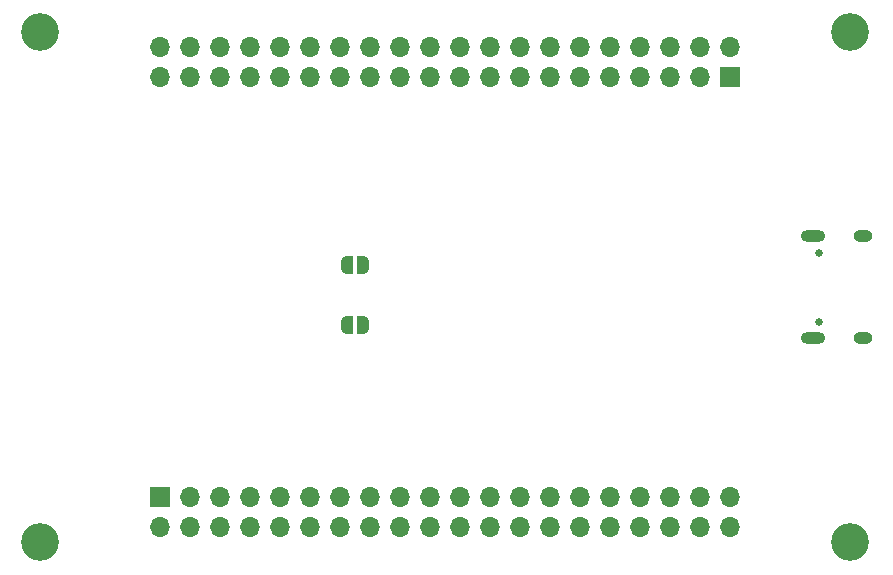
<source format=gbr>
G04 #@! TF.GenerationSoftware,KiCad,Pcbnew,6.0.7+dfsg-1+b1*
G04 #@! TF.CreationDate,2022-09-18T10:43:20+08:00*
G04 #@! TF.ProjectId,mcustm32f405,6d637573-746d-4333-9266-3430352e6b69,a*
G04 #@! TF.SameCoordinates,PX57cf3f8PY8841978*
G04 #@! TF.FileFunction,Soldermask,Bot*
G04 #@! TF.FilePolarity,Negative*
%FSLAX46Y46*%
G04 Gerber Fmt 4.6, Leading zero omitted, Abs format (unit mm)*
G04 Created by KiCad (PCBNEW 6.0.7+dfsg-1+b1) date 2022-09-18 10:43:20*
%MOMM*%
%LPD*%
G01*
G04 APERTURE LIST*
G04 Aperture macros list*
%AMFreePoly0*
4,1,22,0.500000,-0.750000,0.000000,-0.750000,0.000000,-0.745033,-0.079941,-0.743568,-0.215256,-0.701293,-0.333266,-0.622738,-0.424486,-0.514219,-0.481581,-0.384460,-0.499164,-0.250000,-0.500000,-0.250000,-0.500000,0.250000,-0.499164,0.250000,-0.499963,0.256109,-0.478152,0.396186,-0.417904,0.524511,-0.324060,0.630769,-0.204165,0.706417,-0.067858,0.745374,0.000000,0.744959,0.000000,0.750000,
0.500000,0.750000,0.500000,-0.750000,0.500000,-0.750000,$1*%
%AMFreePoly1*
4,1,20,0.000000,0.744959,0.073905,0.744508,0.209726,0.703889,0.328688,0.626782,0.421226,0.519385,0.479903,0.390333,0.500000,0.250000,0.500000,-0.250000,0.499851,-0.262216,0.476331,-0.402017,0.414519,-0.529596,0.319384,-0.634700,0.198574,-0.708877,0.061801,-0.746166,0.000000,-0.745033,0.000000,-0.750000,-0.500000,-0.750000,-0.500000,0.750000,0.000000,0.750000,0.000000,0.744959,
0.000000,0.744959,$1*%
G04 Aperture macros list end*
%ADD10C,0.650000*%
%ADD11O,2.100000X1.000000*%
%ADD12O,1.600000X1.000000*%
%ADD13R,1.700000X1.700000*%
%ADD14O,1.700000X1.700000*%
%ADD15C,3.200000*%
%ADD16FreePoly0,180.000000*%
%ADD17FreePoly1,180.000000*%
%ADD18FreePoly0,0.000000*%
%ADD19FreePoly1,0.000000*%
G04 APERTURE END LIST*
D10*
G04 #@! TO.C,J1*
X92015000Y44165000D03*
X92015000Y38385000D03*
D11*
X91485000Y36955000D03*
X91485000Y45595000D03*
D12*
X95665000Y36955000D03*
X95665000Y45595000D03*
G04 #@! TD*
D13*
G04 #@! TO.C,J2*
X36195000Y23495000D03*
D14*
X36195000Y20955000D03*
X38735000Y23495000D03*
X38735000Y20955000D03*
X41275000Y23495000D03*
X41275000Y20955000D03*
X43815000Y23495000D03*
X43815000Y20955000D03*
X46355000Y23495000D03*
X46355000Y20955000D03*
X48895000Y23495000D03*
X48895000Y20955000D03*
X51435000Y23495000D03*
X51435000Y20955000D03*
X53975000Y23495000D03*
X53975000Y20955000D03*
X56515000Y23495000D03*
X56515000Y20955000D03*
X59055000Y23495000D03*
X59055000Y20955000D03*
X61595000Y23495000D03*
X61595000Y20955000D03*
X64135000Y23495000D03*
X64135000Y20955000D03*
X66675000Y23495000D03*
X66675000Y20955000D03*
X69215000Y23495000D03*
X69215000Y20955000D03*
X71755000Y23495000D03*
X71755000Y20955000D03*
X74295000Y23495000D03*
X74295000Y20955000D03*
X76835000Y23495000D03*
X76835000Y20955000D03*
X79375000Y23495000D03*
X79375000Y20955000D03*
X81915000Y23495000D03*
X81915000Y20955000D03*
X84455000Y23495000D03*
X84455000Y20955000D03*
G04 #@! TD*
D13*
G04 #@! TO.C,J3*
X84455000Y59055000D03*
D14*
X84455000Y61595000D03*
X81915000Y59055000D03*
X81915000Y61595000D03*
X79375000Y59055000D03*
X79375000Y61595000D03*
X76835000Y59055000D03*
X76835000Y61595000D03*
X74295000Y59055000D03*
X74295000Y61595000D03*
X71755000Y59055000D03*
X71755000Y61595000D03*
X69215000Y59055000D03*
X69215000Y61595000D03*
X66675000Y59055000D03*
X66675000Y61595000D03*
X64135000Y59055000D03*
X64135000Y61595000D03*
X61595000Y59055000D03*
X61595000Y61595000D03*
X59055000Y59055000D03*
X59055000Y61595000D03*
X56515000Y59055000D03*
X56515000Y61595000D03*
X53975000Y59055000D03*
X53975000Y61595000D03*
X51435000Y59055000D03*
X51435000Y61595000D03*
X48895000Y59055000D03*
X48895000Y61595000D03*
X46355000Y59055000D03*
X46355000Y61595000D03*
X43815000Y59055000D03*
X43815000Y61595000D03*
X41275000Y59055000D03*
X41275000Y61595000D03*
X38735000Y59055000D03*
X38735000Y61595000D03*
X36195000Y59055000D03*
X36195000Y61595000D03*
G04 #@! TD*
D15*
G04 #@! TO.C,J4*
X94615000Y19685000D03*
X26035000Y62865000D03*
X26035000Y19685000D03*
X94615000Y62865000D03*
G04 #@! TD*
D16*
G04 #@! TO.C,JP2*
X53355000Y38100000D03*
D17*
X52055000Y38100000D03*
G04 #@! TD*
D18*
G04 #@! TO.C,JP1*
X52055000Y43180000D03*
D19*
X53355000Y43180000D03*
G04 #@! TD*
M02*

</source>
